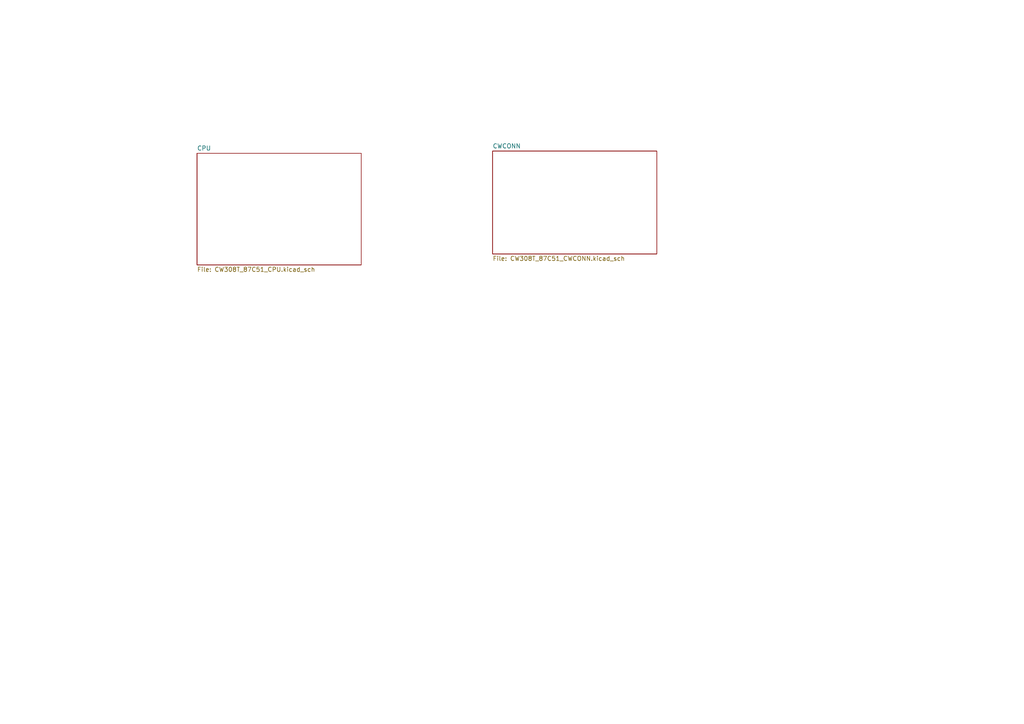
<source format=kicad_sch>
(kicad_sch (version 20230121) (generator eeschema)
  (paper "A4")
  (lib_symbols)
  (sheet (at 57.15 44.45) (size 47.625 32.385) (stroke (width 0.1524))
    (property "Sheetname" "CPU" (at 57.15 43.7384 0) (effects (justify left bottom)))
    (property "Sheetfile" "CW308T_87C51_CPU.kicad_sch" (at 57.15 77.4196 0) (effects (justify left top)))
  )
  (sheet (at 142.875 43.815) (size 47.625 29.845) (stroke (width 0.1524))
    (property "Sheetname" "CWCONN" (at 142.875 43.1034 0) (effects (justify left bottom)))
    (property "Sheetfile" "CW308T_87C51_CWCONN.kicad_sch" (at 142.875 74.2446 0) (effects (justify left top)))
  )
)
</source>
